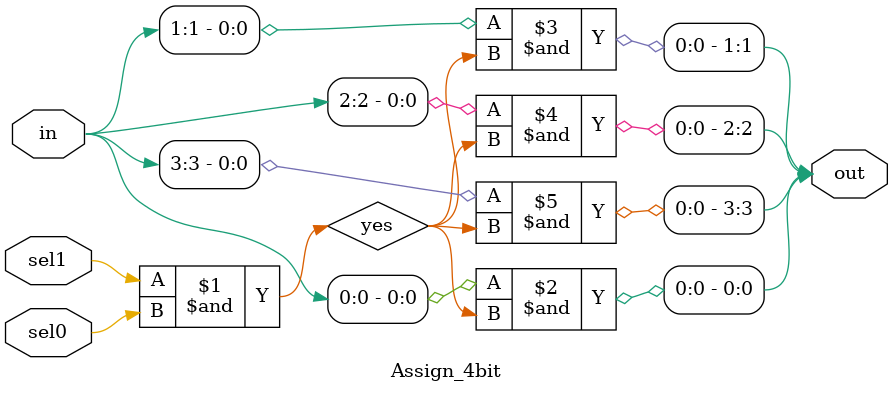
<source format=v>
`timescale 1ns/1ps

module Dmux_1x4_4bit(in, a, b, c, d, sel);
input [3:0] in;
input [1:0] sel;
output [3:0] a, b, c, d;

wire [1:0] not_sel;
wire [3:0] yes;

not not1 [1:0] (not_sel,sel);

Assign_4bit assignA(not_sel[1],not_sel[0],in,a);
Assign_4bit assignB(not_sel[1],sel[0],in,b);
Assign_4bit assignC(sel[1],not_sel[0],in,c);
Assign_4bit assignD(sel[1],sel[0],in,d);

endmodule


module Assign_4bit(sel1,sel0,in,out);
input sel1,sel0;
input [3:0] in;
output [3:0] out;

wire yes;

and (yes,sel1,sel0);

and and1(out[0],in[0],yes);
and and2(out[1],in[1],yes);
and and3(out[2],in[2],yes);
and and4(out[3],in[3],yes);

endmodule
</source>
